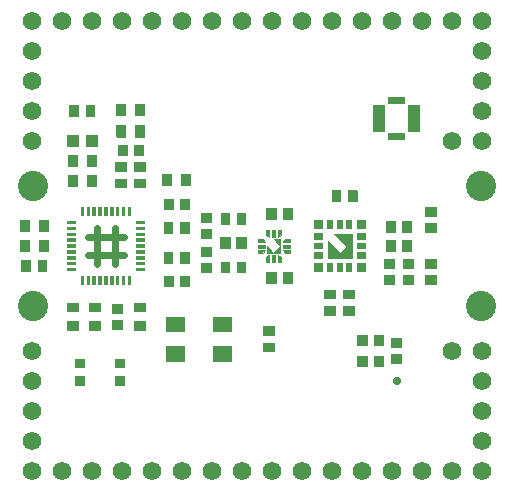
<source format=gbr>
%TF.GenerationSoftware,KiCad,Pcbnew,5.1.10-88a1d61d58~88~ubuntu20.04.1*%
%TF.CreationDate,2021-05-31T18:28:43-04:00*%
%TF.ProjectId,ta-comm-401,74612d63-6f6d-46d2-9d34-30312e6b6963,rev?*%
%TF.SameCoordinates,Original*%
%TF.FileFunction,Soldermask,Top*%
%TF.FilePolarity,Negative*%
%FSLAX46Y46*%
G04 Gerber Fmt 4.6, Leading zero omitted, Abs format (unit mm)*
G04 Created by KiCad (PCBNEW 5.1.10-88a1d61d58~88~ubuntu20.04.1) date 2021-05-31 18:28:43*
%MOMM*%
%LPD*%
G01*
G04 APERTURE LIST*
%ADD10C,0.600000*%
%ADD11C,0.025000*%
%ADD12C,0.025400*%
%ADD13C,1.565400*%
%ADD14C,2.565400*%
%ADD15C,0.701000*%
G04 APERTURE END LIST*
D10*
%TO.C,IC1*%
X140700000Y-107250000D02*
X143700000Y-107250000D01*
X143700000Y-108750000D02*
X140700000Y-108750000D01*
X141450000Y-106500000D02*
X141450000Y-109500000D01*
X142950000Y-106500000D02*
X142950000Y-109500000D01*
D11*
%TO.C,IC2*%
G36*
X155633000Y-107625000D02*
G01*
X155050000Y-107625000D01*
X155050000Y-107375000D01*
X155483000Y-107375000D01*
X155633000Y-107625000D01*
G37*
X155633000Y-107625000D02*
X155050000Y-107625000D01*
X155050000Y-107375000D01*
X155483000Y-107375000D01*
X155633000Y-107625000D01*
G36*
X155633000Y-108375000D02*
G01*
X155050000Y-108375000D01*
X155050000Y-108625000D01*
X155483000Y-108625000D01*
X155633000Y-108375000D01*
G37*
X155633000Y-108375000D02*
X155050000Y-108375000D01*
X155050000Y-108625000D01*
X155483000Y-108625000D01*
X155633000Y-108375000D01*
G36*
X156025000Y-108775000D02*
G01*
X156025000Y-109358000D01*
X155775000Y-109358000D01*
X155775000Y-108925000D01*
X156025000Y-108775000D01*
G37*
X156025000Y-108775000D02*
X156025000Y-109358000D01*
X155775000Y-109358000D01*
X155775000Y-108925000D01*
X156025000Y-108775000D01*
G36*
X156775000Y-108775000D02*
G01*
X156775000Y-109358000D01*
X157025000Y-109358000D01*
X157025000Y-108925000D01*
X156775000Y-108775000D01*
G37*
X156775000Y-108775000D02*
X156775000Y-109358000D01*
X157025000Y-109358000D01*
X157025000Y-108925000D01*
X156775000Y-108775000D01*
G36*
X157167000Y-108375000D02*
G01*
X157750000Y-108375000D01*
X157750000Y-108625000D01*
X157317000Y-108625000D01*
X157167000Y-108375000D01*
G37*
X157167000Y-108375000D02*
X157750000Y-108375000D01*
X157750000Y-108625000D01*
X157317000Y-108625000D01*
X157167000Y-108375000D01*
G36*
X157167000Y-107625000D02*
G01*
X157750000Y-107625000D01*
X157750000Y-107375000D01*
X157317000Y-107375000D01*
X157167000Y-107625000D01*
G37*
X157167000Y-107625000D02*
X157750000Y-107625000D01*
X157750000Y-107375000D01*
X157317000Y-107375000D01*
X157167000Y-107625000D01*
G36*
X156775000Y-107233000D02*
G01*
X156775000Y-106650000D01*
X157025000Y-106650000D01*
X157025000Y-107083000D01*
X156775000Y-107233000D01*
G37*
X156775000Y-107233000D02*
X156775000Y-106650000D01*
X157025000Y-106650000D01*
X157025000Y-107083000D01*
X156775000Y-107233000D01*
G36*
X156025000Y-107233000D02*
G01*
X156025000Y-106650000D01*
X155775000Y-106650000D01*
X155775000Y-107083000D01*
X156025000Y-107233000D01*
G37*
X156025000Y-107233000D02*
X156025000Y-106650000D01*
X155775000Y-106650000D01*
X155775000Y-107083000D01*
X156025000Y-107233000D01*
G36*
X156425000Y-107425000D02*
G01*
X156975000Y-107425000D01*
X156975000Y-107975000D01*
X156425000Y-107425000D01*
G37*
X156425000Y-107425000D02*
X156975000Y-107425000D01*
X156975000Y-107975000D01*
X156425000Y-107425000D01*
G36*
X156375000Y-108575000D02*
G01*
X155825000Y-108575000D01*
X155825000Y-108025000D01*
X156375000Y-108575000D01*
G37*
X156375000Y-108575000D02*
X155825000Y-108575000D01*
X155825000Y-108025000D01*
X156375000Y-108575000D01*
G36*
X156975000Y-108025000D02*
G01*
X156975000Y-108575000D01*
X156425000Y-108575000D01*
X156975000Y-108025000D01*
G37*
X156975000Y-108025000D02*
X156975000Y-108575000D01*
X156425000Y-108575000D01*
X156975000Y-108025000D01*
G36*
X156525000Y-107230000D02*
G01*
X156525000Y-106650000D01*
X156275000Y-106650000D01*
X156275000Y-107230000D01*
X156525000Y-107230000D01*
G37*
X156525000Y-107230000D02*
X156525000Y-106650000D01*
X156275000Y-106650000D01*
X156275000Y-107230000D01*
X156525000Y-107230000D01*
G36*
X156525000Y-109355000D02*
G01*
X156525000Y-108775000D01*
X156275000Y-108775000D01*
X156275000Y-109355000D01*
X156525000Y-109355000D01*
G37*
X156525000Y-109355000D02*
X156525000Y-108775000D01*
X156275000Y-108775000D01*
X156275000Y-109355000D01*
X156525000Y-109355000D01*
G36*
X157750000Y-107875000D02*
G01*
X157170000Y-107875000D01*
X157170000Y-108125000D01*
X157750000Y-108125000D01*
X157750000Y-107875000D01*
G37*
X157750000Y-107875000D02*
X157170000Y-107875000D01*
X157170000Y-108125000D01*
X157750000Y-108125000D01*
X157750000Y-107875000D01*
G36*
X155630000Y-107875000D02*
G01*
X155050000Y-107875000D01*
X155050000Y-108125000D01*
X155630000Y-108125000D01*
X155630000Y-107875000D01*
G37*
X155630000Y-107875000D02*
X155050000Y-107875000D01*
X155050000Y-108125000D01*
X155630000Y-108125000D01*
X155630000Y-107875000D01*
D12*
%TO.C,IC3*%
G36*
X162457200Y-109003300D02*
G01*
X160996700Y-109003300D01*
X160996700Y-107606300D01*
X162457200Y-109003300D01*
G37*
X162457200Y-109003300D02*
X160996700Y-109003300D01*
X160996700Y-107606300D01*
X162457200Y-109003300D01*
G36*
X163003300Y-107542800D02*
G01*
X163003300Y-109003300D01*
X161606300Y-109003300D01*
X163003300Y-107542800D01*
G37*
X163003300Y-107542800D02*
X163003300Y-109003300D01*
X161606300Y-109003300D01*
X163003300Y-107542800D01*
G36*
X161542800Y-106996700D02*
G01*
X163003300Y-106996700D01*
X163003300Y-108393700D01*
X161542800Y-106996700D01*
G37*
X161542800Y-106996700D02*
X163003300Y-106996700D01*
X163003300Y-108393700D01*
X161542800Y-106996700D01*
%TD*%
D13*
%TO.C,J6*%
X174050000Y-124510000D03*
X174050000Y-121970000D03*
X174050000Y-119430000D03*
X174050000Y-116890000D03*
X171510000Y-116890000D03*
%TD*%
D14*
%TO.C,J7*%
X173960000Y-113080000D03*
X136040000Y-113080000D03*
X173960000Y-102920000D03*
X136040000Y-102920000D03*
%TD*%
%TO.C,C17*%
G36*
G01*
X162102700Y-103305000D02*
X162102700Y-104295000D01*
G75*
G02*
X162090000Y-104307700I-12700J0D01*
G01*
X161310000Y-104307700D01*
G75*
G02*
X161297300Y-104295000I0J12700D01*
G01*
X161297300Y-103305000D01*
G75*
G02*
X161310000Y-103292300I12700J0D01*
G01*
X162090000Y-103292300D01*
G75*
G02*
X162102700Y-103305000I0J-12700D01*
G01*
G37*
G36*
G01*
X163502700Y-103305000D02*
X163502700Y-104295000D01*
G75*
G02*
X163490000Y-104307700I-12700J0D01*
G01*
X162710000Y-104307700D01*
G75*
G02*
X162697300Y-104295000I0J12700D01*
G01*
X162697300Y-103305000D01*
G75*
G02*
X162710000Y-103292300I12700J0D01*
G01*
X163490000Y-103292300D01*
G75*
G02*
X163502700Y-103305000I0J-12700D01*
G01*
G37*
%TD*%
%TO.C,C21*%
G36*
G01*
X165730000Y-109117300D02*
X166670000Y-109117300D01*
G75*
G02*
X166682700Y-109130000I0J-12700D01*
G01*
X166682700Y-109930000D01*
G75*
G02*
X166670000Y-109942700I-12700J0D01*
G01*
X165730000Y-109942700D01*
G75*
G02*
X165717300Y-109930000I0J12700D01*
G01*
X165717300Y-109130000D01*
G75*
G02*
X165730000Y-109117300I12700J0D01*
G01*
G37*
G36*
G01*
X165730000Y-110457300D02*
X166670000Y-110457300D01*
G75*
G02*
X166682700Y-110470000I0J-12700D01*
G01*
X166682700Y-111270000D01*
G75*
G02*
X166670000Y-111282700I-12700J0D01*
G01*
X165730000Y-111282700D01*
G75*
G02*
X165717300Y-111270000I0J12700D01*
G01*
X165717300Y-110470000D01*
G75*
G02*
X165730000Y-110457300I12700J0D01*
G01*
G37*
%TD*%
%TO.C,C13*%
G36*
G01*
X151892300Y-108230000D02*
X151892300Y-107270000D01*
G75*
G02*
X151905000Y-107257300I12700J0D01*
G01*
X152735000Y-107257300D01*
G75*
G02*
X152747700Y-107270000I0J-12700D01*
G01*
X152747700Y-108230000D01*
G75*
G02*
X152735000Y-108242700I-12700J0D01*
G01*
X151905000Y-108242700D01*
G75*
G02*
X151892300Y-108230000I0J12700D01*
G01*
G37*
G36*
G01*
X153252300Y-108230000D02*
X153252300Y-107270000D01*
G75*
G02*
X153265000Y-107257300I12700J0D01*
G01*
X154095000Y-107257300D01*
G75*
G02*
X154107700Y-107270000I0J-12700D01*
G01*
X154107700Y-108230000D01*
G75*
G02*
X154095000Y-108242700I-12700J0D01*
G01*
X153265000Y-108242700D01*
G75*
G02*
X153252300Y-108230000I0J12700D01*
G01*
G37*
%TD*%
%TO.C,C2*%
G36*
G01*
X141302700Y-96075000D02*
X141302700Y-97065000D01*
G75*
G02*
X141290000Y-97077700I-12700J0D01*
G01*
X140510000Y-97077700D01*
G75*
G02*
X140497300Y-97065000I0J12700D01*
G01*
X140497300Y-96075000D01*
G75*
G02*
X140510000Y-96062300I12700J0D01*
G01*
X141290000Y-96062300D01*
G75*
G02*
X141302700Y-96075000I0J-12700D01*
G01*
G37*
G36*
G01*
X139902700Y-96075000D02*
X139902700Y-97065000D01*
G75*
G02*
X139890000Y-97077700I-12700J0D01*
G01*
X139110000Y-97077700D01*
G75*
G02*
X139097300Y-97065000I0J12700D01*
G01*
X139097300Y-96075000D01*
G75*
G02*
X139110000Y-96062300I12700J0D01*
G01*
X139890000Y-96062300D01*
G75*
G02*
X139902700Y-96075000I0J-12700D01*
G01*
G37*
%TD*%
%TO.C,C14*%
G36*
G01*
X156495000Y-117002700D02*
X155505000Y-117002700D01*
G75*
G02*
X155492300Y-116990000I0J12700D01*
G01*
X155492300Y-116210000D01*
G75*
G02*
X155505000Y-116197300I12700J0D01*
G01*
X156495000Y-116197300D01*
G75*
G02*
X156507700Y-116210000I0J-12700D01*
G01*
X156507700Y-116990000D01*
G75*
G02*
X156495000Y-117002700I-12700J0D01*
G01*
G37*
G36*
G01*
X156495000Y-115602700D02*
X155505000Y-115602700D01*
G75*
G02*
X155492300Y-115590000I0J12700D01*
G01*
X155492300Y-114810000D01*
G75*
G02*
X155505000Y-114797300I12700J0D01*
G01*
X156495000Y-114797300D01*
G75*
G02*
X156507700Y-114810000I0J-12700D01*
G01*
X156507700Y-115590000D01*
G75*
G02*
X156495000Y-115602700I-12700J0D01*
G01*
G37*
%TD*%
%TO.C,C10*%
G36*
G01*
X149307700Y-110520000D02*
X149307700Y-111480000D01*
G75*
G02*
X149295000Y-111492700I-12700J0D01*
G01*
X148465000Y-111492700D01*
G75*
G02*
X148452300Y-111480000I0J12700D01*
G01*
X148452300Y-110520000D01*
G75*
G02*
X148465000Y-110507300I12700J0D01*
G01*
X149295000Y-110507300D01*
G75*
G02*
X149307700Y-110520000I0J-12700D01*
G01*
G37*
G36*
G01*
X147947700Y-110520000D02*
X147947700Y-111480000D01*
G75*
G02*
X147935000Y-111492700I-12700J0D01*
G01*
X147105000Y-111492700D01*
G75*
G02*
X147092300Y-111480000I0J12700D01*
G01*
X147092300Y-110520000D01*
G75*
G02*
X147105000Y-110507300I12700J0D01*
G01*
X147935000Y-110507300D01*
G75*
G02*
X147947700Y-110520000I0J-12700D01*
G01*
G37*
%TD*%
%TO.C,C12*%
G36*
G01*
X151917300Y-110270000D02*
X151917300Y-109330000D01*
G75*
G02*
X151930000Y-109317300I12700J0D01*
G01*
X152730000Y-109317300D01*
G75*
G02*
X152742700Y-109330000I0J-12700D01*
G01*
X152742700Y-110270000D01*
G75*
G02*
X152730000Y-110282700I-12700J0D01*
G01*
X151930000Y-110282700D01*
G75*
G02*
X151917300Y-110270000I0J12700D01*
G01*
G37*
G36*
G01*
X153257300Y-110270000D02*
X153257300Y-109330000D01*
G75*
G02*
X153270000Y-109317300I12700J0D01*
G01*
X154070000Y-109317300D01*
G75*
G02*
X154082700Y-109330000I0J-12700D01*
G01*
X154082700Y-110270000D01*
G75*
G02*
X154070000Y-110282700I-12700J0D01*
G01*
X153270000Y-110282700D01*
G75*
G02*
X153257300Y-110270000I0J12700D01*
G01*
G37*
%TD*%
%TO.C,C11*%
G36*
G01*
X151170000Y-107382700D02*
X150230000Y-107382700D01*
G75*
G02*
X150217300Y-107370000I0J12700D01*
G01*
X150217300Y-106570000D01*
G75*
G02*
X150230000Y-106557300I12700J0D01*
G01*
X151170000Y-106557300D01*
G75*
G02*
X151182700Y-106570000I0J-12700D01*
G01*
X151182700Y-107370000D01*
G75*
G02*
X151170000Y-107382700I-12700J0D01*
G01*
G37*
G36*
G01*
X151170000Y-106042700D02*
X150230000Y-106042700D01*
G75*
G02*
X150217300Y-106030000I0J12700D01*
G01*
X150217300Y-105230000D01*
G75*
G02*
X150230000Y-105217300I12700J0D01*
G01*
X151170000Y-105217300D01*
G75*
G02*
X151182700Y-105230000I0J-12700D01*
G01*
X151182700Y-106030000D01*
G75*
G02*
X151170000Y-106042700I-12700J0D01*
G01*
G37*
%TD*%
%TO.C,C8*%
G36*
G01*
X147097300Y-106995000D02*
X147097300Y-106005000D01*
G75*
G02*
X147110000Y-105992300I12700J0D01*
G01*
X147890000Y-105992300D01*
G75*
G02*
X147902700Y-106005000I0J-12700D01*
G01*
X147902700Y-106995000D01*
G75*
G02*
X147890000Y-107007700I-12700J0D01*
G01*
X147110000Y-107007700D01*
G75*
G02*
X147097300Y-106995000I0J12700D01*
G01*
G37*
G36*
G01*
X148497300Y-106995000D02*
X148497300Y-106005000D01*
G75*
G02*
X148510000Y-105992300I12700J0D01*
G01*
X149290000Y-105992300D01*
G75*
G02*
X149302700Y-106005000I0J-12700D01*
G01*
X149302700Y-106995000D01*
G75*
G02*
X149290000Y-107007700I-12700J0D01*
G01*
X148510000Y-107007700D01*
G75*
G02*
X148497300Y-106995000I0J12700D01*
G01*
G37*
%TD*%
%TO.C,C6*%
G36*
G01*
X142730000Y-112917300D02*
X143670000Y-112917300D01*
G75*
G02*
X143682700Y-112930000I0J-12700D01*
G01*
X143682700Y-113730000D01*
G75*
G02*
X143670000Y-113742700I-12700J0D01*
G01*
X142730000Y-113742700D01*
G75*
G02*
X142717300Y-113730000I0J12700D01*
G01*
X142717300Y-112930000D01*
G75*
G02*
X142730000Y-112917300I12700J0D01*
G01*
G37*
G36*
G01*
X142730000Y-114257300D02*
X143670000Y-114257300D01*
G75*
G02*
X143682700Y-114270000I0J-12700D01*
G01*
X143682700Y-115070000D01*
G75*
G02*
X143670000Y-115082700I-12700J0D01*
G01*
X142730000Y-115082700D01*
G75*
G02*
X142717300Y-115070000I0J12700D01*
G01*
X142717300Y-114270000D01*
G75*
G02*
X142730000Y-114257300I12700J0D01*
G01*
G37*
%TD*%
%TO.C,C4*%
G36*
G01*
X143995000Y-103102700D02*
X143005000Y-103102700D01*
G75*
G02*
X142992300Y-103090000I0J12700D01*
G01*
X142992300Y-102310000D01*
G75*
G02*
X143005000Y-102297300I12700J0D01*
G01*
X143995000Y-102297300D01*
G75*
G02*
X144007700Y-102310000I0J-12700D01*
G01*
X144007700Y-103090000D01*
G75*
G02*
X143995000Y-103102700I-12700J0D01*
G01*
G37*
G36*
G01*
X143995000Y-101702700D02*
X143005000Y-101702700D01*
G75*
G02*
X142992300Y-101690000I0J12700D01*
G01*
X142992300Y-100910000D01*
G75*
G02*
X143005000Y-100897300I12700J0D01*
G01*
X143995000Y-100897300D01*
G75*
G02*
X144007700Y-100910000I0J-12700D01*
G01*
X144007700Y-101690000D01*
G75*
G02*
X143995000Y-101702700I-12700J0D01*
G01*
G37*
%TD*%
%TO.C,C3*%
G36*
G01*
X143217300Y-100370000D02*
X143217300Y-99430000D01*
G75*
G02*
X143230000Y-99417300I12700J0D01*
G01*
X144030000Y-99417300D01*
G75*
G02*
X144042700Y-99430000I0J-12700D01*
G01*
X144042700Y-100370000D01*
G75*
G02*
X144030000Y-100382700I-12700J0D01*
G01*
X143230000Y-100382700D01*
G75*
G02*
X143217300Y-100370000I0J12700D01*
G01*
G37*
G36*
G01*
X144557300Y-100370000D02*
X144557300Y-99430000D01*
G75*
G02*
X144570000Y-99417300I12700J0D01*
G01*
X145370000Y-99417300D01*
G75*
G02*
X145382700Y-99430000I0J-12700D01*
G01*
X145382700Y-100370000D01*
G75*
G02*
X145370000Y-100382700I-12700J0D01*
G01*
X144570000Y-100382700D01*
G75*
G02*
X144557300Y-100370000I0J12700D01*
G01*
G37*
%TD*%
D13*
%TO.C,J5*%
X174050000Y-91490000D03*
X174050000Y-94030000D03*
X174050000Y-96570000D03*
X174050000Y-99110000D03*
X171510000Y-99110000D03*
%TD*%
%TO.C,C1*%
G36*
G01*
X137242700Y-109205000D02*
X137242700Y-110195000D01*
G75*
G02*
X137230000Y-110207700I-12700J0D01*
G01*
X136450000Y-110207700D01*
G75*
G02*
X136437300Y-110195000I0J12700D01*
G01*
X136437300Y-109205000D01*
G75*
G02*
X136450000Y-109192300I12700J0D01*
G01*
X137230000Y-109192300D01*
G75*
G02*
X137242700Y-109205000I0J-12700D01*
G01*
G37*
G36*
G01*
X135842700Y-109205000D02*
X135842700Y-110195000D01*
G75*
G02*
X135830000Y-110207700I-12700J0D01*
G01*
X135050000Y-110207700D01*
G75*
G02*
X135037300Y-110195000I0J12700D01*
G01*
X135037300Y-109205000D01*
G75*
G02*
X135050000Y-109192300I12700J0D01*
G01*
X135830000Y-109192300D01*
G75*
G02*
X135842700Y-109205000I0J-12700D01*
G01*
G37*
%TD*%
%TO.C,C5*%
G36*
G01*
X145595000Y-103102700D02*
X144605000Y-103102700D01*
G75*
G02*
X144592300Y-103090000I0J12700D01*
G01*
X144592300Y-102310000D01*
G75*
G02*
X144605000Y-102297300I12700J0D01*
G01*
X145595000Y-102297300D01*
G75*
G02*
X145607700Y-102310000I0J-12700D01*
G01*
X145607700Y-103090000D01*
G75*
G02*
X145595000Y-103102700I-12700J0D01*
G01*
G37*
G36*
G01*
X145595000Y-101702700D02*
X144605000Y-101702700D01*
G75*
G02*
X144592300Y-101690000I0J12700D01*
G01*
X144592300Y-100910000D01*
G75*
G02*
X144605000Y-100897300I12700J0D01*
G01*
X145595000Y-100897300D01*
G75*
G02*
X145607700Y-100910000I0J-12700D01*
G01*
X145607700Y-101690000D01*
G75*
G02*
X145595000Y-101702700I-12700J0D01*
G01*
G37*
%TD*%
%TO.C,C7*%
G36*
G01*
X147117300Y-104970000D02*
X147117300Y-104030000D01*
G75*
G02*
X147130000Y-104017300I12700J0D01*
G01*
X147930000Y-104017300D01*
G75*
G02*
X147942700Y-104030000I0J-12700D01*
G01*
X147942700Y-104970000D01*
G75*
G02*
X147930000Y-104982700I-12700J0D01*
G01*
X147130000Y-104982700D01*
G75*
G02*
X147117300Y-104970000I0J12700D01*
G01*
G37*
G36*
G01*
X148457300Y-104970000D02*
X148457300Y-104030000D01*
G75*
G02*
X148470000Y-104017300I12700J0D01*
G01*
X149270000Y-104017300D01*
G75*
G02*
X149282700Y-104030000I0J-12700D01*
G01*
X149282700Y-104970000D01*
G75*
G02*
X149270000Y-104982700I-12700J0D01*
G01*
X148470000Y-104982700D01*
G75*
G02*
X148457300Y-104970000I0J12700D01*
G01*
G37*
%TD*%
%TO.C,C9*%
G36*
G01*
X147097300Y-109495000D02*
X147097300Y-108505000D01*
G75*
G02*
X147110000Y-108492300I12700J0D01*
G01*
X147890000Y-108492300D01*
G75*
G02*
X147902700Y-108505000I0J-12700D01*
G01*
X147902700Y-109495000D01*
G75*
G02*
X147890000Y-109507700I-12700J0D01*
G01*
X147110000Y-109507700D01*
G75*
G02*
X147097300Y-109495000I0J12700D01*
G01*
G37*
G36*
G01*
X148497300Y-109495000D02*
X148497300Y-108505000D01*
G75*
G02*
X148510000Y-108492300I12700J0D01*
G01*
X149290000Y-108492300D01*
G75*
G02*
X149302700Y-108505000I0J-12700D01*
G01*
X149302700Y-109495000D01*
G75*
G02*
X149290000Y-109507700I-12700J0D01*
G01*
X148510000Y-109507700D01*
G75*
G02*
X148497300Y-109495000I0J12700D01*
G01*
G37*
%TD*%
%TO.C,C15*%
G36*
G01*
X155792300Y-105780000D02*
X155792300Y-104820000D01*
G75*
G02*
X155805000Y-104807300I12700J0D01*
G01*
X156635000Y-104807300D01*
G75*
G02*
X156647700Y-104820000I0J-12700D01*
G01*
X156647700Y-105780000D01*
G75*
G02*
X156635000Y-105792700I-12700J0D01*
G01*
X155805000Y-105792700D01*
G75*
G02*
X155792300Y-105780000I0J12700D01*
G01*
G37*
G36*
G01*
X157152300Y-105780000D02*
X157152300Y-104820000D01*
G75*
G02*
X157165000Y-104807300I12700J0D01*
G01*
X157995000Y-104807300D01*
G75*
G02*
X158007700Y-104820000I0J-12700D01*
G01*
X158007700Y-105780000D01*
G75*
G02*
X157995000Y-105792700I-12700J0D01*
G01*
X157165000Y-105792700D01*
G75*
G02*
X157152300Y-105780000I0J12700D01*
G01*
G37*
%TD*%
%TO.C,C16*%
G36*
G01*
X155792300Y-111180000D02*
X155792300Y-110220000D01*
G75*
G02*
X155805000Y-110207300I12700J0D01*
G01*
X156635000Y-110207300D01*
G75*
G02*
X156647700Y-110220000I0J-12700D01*
G01*
X156647700Y-111180000D01*
G75*
G02*
X156635000Y-111192700I-12700J0D01*
G01*
X155805000Y-111192700D01*
G75*
G02*
X155792300Y-111180000I0J12700D01*
G01*
G37*
G36*
G01*
X157152300Y-111180000D02*
X157152300Y-110220000D01*
G75*
G02*
X157165000Y-110207300I12700J0D01*
G01*
X157995000Y-110207300D01*
G75*
G02*
X158007700Y-110220000I0J-12700D01*
G01*
X158007700Y-111180000D01*
G75*
G02*
X157995000Y-111192700I-12700J0D01*
G01*
X157165000Y-111192700D01*
G75*
G02*
X157152300Y-111180000I0J12700D01*
G01*
G37*
%TD*%
%TO.C,C19*%
G36*
G01*
X162305000Y-111697300D02*
X163295000Y-111697300D01*
G75*
G02*
X163307700Y-111710000I0J-12700D01*
G01*
X163307700Y-112490000D01*
G75*
G02*
X163295000Y-112502700I-12700J0D01*
G01*
X162305000Y-112502700D01*
G75*
G02*
X162292300Y-112490000I0J12700D01*
G01*
X162292300Y-111710000D01*
G75*
G02*
X162305000Y-111697300I12700J0D01*
G01*
G37*
G36*
G01*
X162305000Y-113097300D02*
X163295000Y-113097300D01*
G75*
G02*
X163307700Y-113110000I0J-12700D01*
G01*
X163307700Y-113890000D01*
G75*
G02*
X163295000Y-113902700I-12700J0D01*
G01*
X162305000Y-113902700D01*
G75*
G02*
X162292300Y-113890000I0J12700D01*
G01*
X162292300Y-113110000D01*
G75*
G02*
X162305000Y-113097300I12700J0D01*
G01*
G37*
%TD*%
%TO.C,C18*%
G36*
G01*
X160705000Y-111697300D02*
X161695000Y-111697300D01*
G75*
G02*
X161707700Y-111710000I0J-12700D01*
G01*
X161707700Y-112490000D01*
G75*
G02*
X161695000Y-112502700I-12700J0D01*
G01*
X160705000Y-112502700D01*
G75*
G02*
X160692300Y-112490000I0J12700D01*
G01*
X160692300Y-111710000D01*
G75*
G02*
X160705000Y-111697300I12700J0D01*
G01*
G37*
G36*
G01*
X160705000Y-113097300D02*
X161695000Y-113097300D01*
G75*
G02*
X161707700Y-113110000I0J-12700D01*
G01*
X161707700Y-113890000D01*
G75*
G02*
X161695000Y-113902700I-12700J0D01*
G01*
X160705000Y-113902700D01*
G75*
G02*
X160692300Y-113890000I0J12700D01*
G01*
X160692300Y-113110000D01*
G75*
G02*
X160705000Y-113097300I12700J0D01*
G01*
G37*
%TD*%
%TO.C,C20*%
G36*
G01*
X165917300Y-106870000D02*
X165917300Y-105930000D01*
G75*
G02*
X165930000Y-105917300I12700J0D01*
G01*
X166730000Y-105917300D01*
G75*
G02*
X166742700Y-105930000I0J-12700D01*
G01*
X166742700Y-106870000D01*
G75*
G02*
X166730000Y-106882700I-12700J0D01*
G01*
X165930000Y-106882700D01*
G75*
G02*
X165917300Y-106870000I0J12700D01*
G01*
G37*
G36*
G01*
X167257300Y-106870000D02*
X167257300Y-105930000D01*
G75*
G02*
X167270000Y-105917300I12700J0D01*
G01*
X168070000Y-105917300D01*
G75*
G02*
X168082700Y-105930000I0J-12700D01*
G01*
X168082700Y-106870000D01*
G75*
G02*
X168070000Y-106882700I-12700J0D01*
G01*
X167270000Y-106882700D01*
G75*
G02*
X167257300Y-106870000I0J12700D01*
G01*
G37*
%TD*%
%TO.C,C22*%
G36*
G01*
X167330000Y-109117300D02*
X168270000Y-109117300D01*
G75*
G02*
X168282700Y-109130000I0J-12700D01*
G01*
X168282700Y-109930000D01*
G75*
G02*
X168270000Y-109942700I-12700J0D01*
G01*
X167330000Y-109942700D01*
G75*
G02*
X167317300Y-109930000I0J12700D01*
G01*
X167317300Y-109130000D01*
G75*
G02*
X167330000Y-109117300I12700J0D01*
G01*
G37*
G36*
G01*
X167330000Y-110457300D02*
X168270000Y-110457300D01*
G75*
G02*
X168282700Y-110470000I0J-12700D01*
G01*
X168282700Y-111270000D01*
G75*
G02*
X168270000Y-111282700I-12700J0D01*
G01*
X167330000Y-111282700D01*
G75*
G02*
X167317300Y-111270000I0J12700D01*
G01*
X167317300Y-110470000D01*
G75*
G02*
X167330000Y-110457300I12700J0D01*
G01*
G37*
%TD*%
%TO.C,C23*%
G36*
G01*
X170180000Y-106907700D02*
X169220000Y-106907700D01*
G75*
G02*
X169207300Y-106895000I0J12700D01*
G01*
X169207300Y-106065000D01*
G75*
G02*
X169220000Y-106052300I12700J0D01*
G01*
X170180000Y-106052300D01*
G75*
G02*
X170192700Y-106065000I0J-12700D01*
G01*
X170192700Y-106895000D01*
G75*
G02*
X170180000Y-106907700I-12700J0D01*
G01*
G37*
G36*
G01*
X170180000Y-105547700D02*
X169220000Y-105547700D01*
G75*
G02*
X169207300Y-105535000I0J12700D01*
G01*
X169207300Y-104705000D01*
G75*
G02*
X169220000Y-104692300I12700J0D01*
G01*
X170180000Y-104692300D01*
G75*
G02*
X170192700Y-104705000I0J-12700D01*
G01*
X170192700Y-105535000D01*
G75*
G02*
X170180000Y-105547700I-12700J0D01*
G01*
G37*
%TD*%
%TO.C,C24*%
G36*
G01*
X169220000Y-109092300D02*
X170180000Y-109092300D01*
G75*
G02*
X170192700Y-109105000I0J-12700D01*
G01*
X170192700Y-109935000D01*
G75*
G02*
X170180000Y-109947700I-12700J0D01*
G01*
X169220000Y-109947700D01*
G75*
G02*
X169207300Y-109935000I0J12700D01*
G01*
X169207300Y-109105000D01*
G75*
G02*
X169220000Y-109092300I12700J0D01*
G01*
G37*
G36*
G01*
X169220000Y-110452300D02*
X170180000Y-110452300D01*
G75*
G02*
X170192700Y-110465000I0J-12700D01*
G01*
X170192700Y-111295000D01*
G75*
G02*
X170180000Y-111307700I-12700J0D01*
G01*
X169220000Y-111307700D01*
G75*
G02*
X169207300Y-111295000I0J12700D01*
G01*
X169207300Y-110465000D01*
G75*
G02*
X169220000Y-110452300I12700J0D01*
G01*
G37*
%TD*%
%TO.C,C25*%
G36*
G01*
X165707700Y-115520000D02*
X165707700Y-116480000D01*
G75*
G02*
X165695000Y-116492700I-12700J0D01*
G01*
X164865000Y-116492700D01*
G75*
G02*
X164852300Y-116480000I0J12700D01*
G01*
X164852300Y-115520000D01*
G75*
G02*
X164865000Y-115507300I12700J0D01*
G01*
X165695000Y-115507300D01*
G75*
G02*
X165707700Y-115520000I0J-12700D01*
G01*
G37*
G36*
G01*
X164347700Y-115520000D02*
X164347700Y-116480000D01*
G75*
G02*
X164335000Y-116492700I-12700J0D01*
G01*
X163505000Y-116492700D01*
G75*
G02*
X163492300Y-116480000I0J12700D01*
G01*
X163492300Y-115520000D01*
G75*
G02*
X163505000Y-115507300I12700J0D01*
G01*
X164335000Y-115507300D01*
G75*
G02*
X164347700Y-115520000I0J-12700D01*
G01*
G37*
%TD*%
%TO.C,C26*%
G36*
G01*
X165707700Y-117300000D02*
X165707700Y-118260000D01*
G75*
G02*
X165695000Y-118272700I-12700J0D01*
G01*
X164865000Y-118272700D01*
G75*
G02*
X164852300Y-118260000I0J12700D01*
G01*
X164852300Y-117300000D01*
G75*
G02*
X164865000Y-117287300I12700J0D01*
G01*
X165695000Y-117287300D01*
G75*
G02*
X165707700Y-117300000I0J-12700D01*
G01*
G37*
G36*
G01*
X164347700Y-117300000D02*
X164347700Y-118260000D01*
G75*
G02*
X164335000Y-118272700I-12700J0D01*
G01*
X163505000Y-118272700D01*
G75*
G02*
X163492300Y-118260000I0J12700D01*
G01*
X163492300Y-117300000D01*
G75*
G02*
X163505000Y-117287300I12700J0D01*
G01*
X164335000Y-117287300D01*
G75*
G02*
X164347700Y-117300000I0J-12700D01*
G01*
G37*
%TD*%
%TO.C,FB1*%
G36*
G01*
X138912300Y-99610000D02*
X138912300Y-98610000D01*
G75*
G02*
X138925000Y-98597300I12700J0D01*
G01*
X139875000Y-98597300D01*
G75*
G02*
X139887700Y-98610000I0J-12700D01*
G01*
X139887700Y-99610000D01*
G75*
G02*
X139875000Y-99622700I-12700J0D01*
G01*
X138925000Y-99622700D01*
G75*
G02*
X138912300Y-99610000I0J12700D01*
G01*
G37*
G36*
G01*
X140512300Y-99610000D02*
X140512300Y-98610000D01*
G75*
G02*
X140525000Y-98597300I12700J0D01*
G01*
X141475000Y-98597300D01*
G75*
G02*
X141487700Y-98610000I0J-12700D01*
G01*
X141487700Y-99610000D01*
G75*
G02*
X141475000Y-99622700I-12700J0D01*
G01*
X140525000Y-99622700D01*
G75*
G02*
X140512300Y-99610000I0J12700D01*
G01*
G37*
%TD*%
%TO.C,IC1*%
G36*
G01*
X139680000Y-106142700D02*
X138920000Y-106142700D01*
G75*
G02*
X138907300Y-106130000I0J12700D01*
G01*
X138907300Y-105870000D01*
G75*
G02*
X138920000Y-105857300I12700J0D01*
G01*
X139680000Y-105857300D01*
G75*
G02*
X139692700Y-105870000I0J-12700D01*
G01*
X139692700Y-106130000D01*
G75*
G02*
X139680000Y-106142700I-12700J0D01*
G01*
G37*
G36*
G01*
X139680000Y-106642700D02*
X138920000Y-106642700D01*
G75*
G02*
X138907300Y-106630000I0J12700D01*
G01*
X138907300Y-106370000D01*
G75*
G02*
X138920000Y-106357300I12700J0D01*
G01*
X139680000Y-106357300D01*
G75*
G02*
X139692700Y-106370000I0J-12700D01*
G01*
X139692700Y-106630000D01*
G75*
G02*
X139680000Y-106642700I-12700J0D01*
G01*
G37*
G36*
G01*
X139680000Y-107142700D02*
X138920000Y-107142700D01*
G75*
G02*
X138907300Y-107130000I0J12700D01*
G01*
X138907300Y-106870000D01*
G75*
G02*
X138920000Y-106857300I12700J0D01*
G01*
X139680000Y-106857300D01*
G75*
G02*
X139692700Y-106870000I0J-12700D01*
G01*
X139692700Y-107130000D01*
G75*
G02*
X139680000Y-107142700I-12700J0D01*
G01*
G37*
G36*
G01*
X139680000Y-107642700D02*
X138920000Y-107642700D01*
G75*
G02*
X138907300Y-107630000I0J12700D01*
G01*
X138907300Y-107370000D01*
G75*
G02*
X138920000Y-107357300I12700J0D01*
G01*
X139680000Y-107357300D01*
G75*
G02*
X139692700Y-107370000I0J-12700D01*
G01*
X139692700Y-107630000D01*
G75*
G02*
X139680000Y-107642700I-12700J0D01*
G01*
G37*
G36*
G01*
X139680000Y-108142700D02*
X138920000Y-108142700D01*
G75*
G02*
X138907300Y-108130000I0J12700D01*
G01*
X138907300Y-107870000D01*
G75*
G02*
X138920000Y-107857300I12700J0D01*
G01*
X139680000Y-107857300D01*
G75*
G02*
X139692700Y-107870000I0J-12700D01*
G01*
X139692700Y-108130000D01*
G75*
G02*
X139680000Y-108142700I-12700J0D01*
G01*
G37*
G36*
G01*
X139680000Y-108642700D02*
X138920000Y-108642700D01*
G75*
G02*
X138907300Y-108630000I0J12700D01*
G01*
X138907300Y-108370000D01*
G75*
G02*
X138920000Y-108357300I12700J0D01*
G01*
X139680000Y-108357300D01*
G75*
G02*
X139692700Y-108370000I0J-12700D01*
G01*
X139692700Y-108630000D01*
G75*
G02*
X139680000Y-108642700I-12700J0D01*
G01*
G37*
G36*
G01*
X139680000Y-109142700D02*
X138920000Y-109142700D01*
G75*
G02*
X138907300Y-109130000I0J12700D01*
G01*
X138907300Y-108870000D01*
G75*
G02*
X138920000Y-108857300I12700J0D01*
G01*
X139680000Y-108857300D01*
G75*
G02*
X139692700Y-108870000I0J-12700D01*
G01*
X139692700Y-109130000D01*
G75*
G02*
X139680000Y-109142700I-12700J0D01*
G01*
G37*
G36*
G01*
X139680000Y-109642700D02*
X138920000Y-109642700D01*
G75*
G02*
X138907300Y-109630000I0J12700D01*
G01*
X138907300Y-109370000D01*
G75*
G02*
X138920000Y-109357300I12700J0D01*
G01*
X139680000Y-109357300D01*
G75*
G02*
X139692700Y-109370000I0J-12700D01*
G01*
X139692700Y-109630000D01*
G75*
G02*
X139680000Y-109642700I-12700J0D01*
G01*
G37*
G36*
G01*
X139680000Y-110142700D02*
X138920000Y-110142700D01*
G75*
G02*
X138907300Y-110130000I0J12700D01*
G01*
X138907300Y-109870000D01*
G75*
G02*
X138920000Y-109857300I12700J0D01*
G01*
X139680000Y-109857300D01*
G75*
G02*
X139692700Y-109870000I0J-12700D01*
G01*
X139692700Y-110130000D01*
G75*
G02*
X139680000Y-110142700I-12700J0D01*
G01*
G37*
G36*
G01*
X140057300Y-111280000D02*
X140057300Y-110520000D01*
G75*
G02*
X140070000Y-110507300I12700J0D01*
G01*
X140330000Y-110507300D01*
G75*
G02*
X140342700Y-110520000I0J-12700D01*
G01*
X140342700Y-111280000D01*
G75*
G02*
X140330000Y-111292700I-12700J0D01*
G01*
X140070000Y-111292700D01*
G75*
G02*
X140057300Y-111280000I0J12700D01*
G01*
G37*
G36*
G01*
X140557300Y-111280000D02*
X140557300Y-110520000D01*
G75*
G02*
X140570000Y-110507300I12700J0D01*
G01*
X140830000Y-110507300D01*
G75*
G02*
X140842700Y-110520000I0J-12700D01*
G01*
X140842700Y-111280000D01*
G75*
G02*
X140830000Y-111292700I-12700J0D01*
G01*
X140570000Y-111292700D01*
G75*
G02*
X140557300Y-111280000I0J12700D01*
G01*
G37*
G36*
G01*
X141057300Y-111280000D02*
X141057300Y-110520000D01*
G75*
G02*
X141070000Y-110507300I12700J0D01*
G01*
X141330000Y-110507300D01*
G75*
G02*
X141342700Y-110520000I0J-12700D01*
G01*
X141342700Y-111280000D01*
G75*
G02*
X141330000Y-111292700I-12700J0D01*
G01*
X141070000Y-111292700D01*
G75*
G02*
X141057300Y-111280000I0J12700D01*
G01*
G37*
G36*
G01*
X141557300Y-111280000D02*
X141557300Y-110520000D01*
G75*
G02*
X141570000Y-110507300I12700J0D01*
G01*
X141830000Y-110507300D01*
G75*
G02*
X141842700Y-110520000I0J-12700D01*
G01*
X141842700Y-111280000D01*
G75*
G02*
X141830000Y-111292700I-12700J0D01*
G01*
X141570000Y-111292700D01*
G75*
G02*
X141557300Y-111280000I0J12700D01*
G01*
G37*
G36*
G01*
X142057300Y-111280000D02*
X142057300Y-110520000D01*
G75*
G02*
X142070000Y-110507300I12700J0D01*
G01*
X142330000Y-110507300D01*
G75*
G02*
X142342700Y-110520000I0J-12700D01*
G01*
X142342700Y-111280000D01*
G75*
G02*
X142330000Y-111292700I-12700J0D01*
G01*
X142070000Y-111292700D01*
G75*
G02*
X142057300Y-111280000I0J12700D01*
G01*
G37*
G36*
G01*
X142557300Y-111280000D02*
X142557300Y-110520000D01*
G75*
G02*
X142570000Y-110507300I12700J0D01*
G01*
X142830000Y-110507300D01*
G75*
G02*
X142842700Y-110520000I0J-12700D01*
G01*
X142842700Y-111280000D01*
G75*
G02*
X142830000Y-111292700I-12700J0D01*
G01*
X142570000Y-111292700D01*
G75*
G02*
X142557300Y-111280000I0J12700D01*
G01*
G37*
G36*
G01*
X143057300Y-111280000D02*
X143057300Y-110520000D01*
G75*
G02*
X143070000Y-110507300I12700J0D01*
G01*
X143330000Y-110507300D01*
G75*
G02*
X143342700Y-110520000I0J-12700D01*
G01*
X143342700Y-111280000D01*
G75*
G02*
X143330000Y-111292700I-12700J0D01*
G01*
X143070000Y-111292700D01*
G75*
G02*
X143057300Y-111280000I0J12700D01*
G01*
G37*
G36*
G01*
X143557300Y-111280000D02*
X143557300Y-110520000D01*
G75*
G02*
X143570000Y-110507300I12700J0D01*
G01*
X143830000Y-110507300D01*
G75*
G02*
X143842700Y-110520000I0J-12700D01*
G01*
X143842700Y-111280000D01*
G75*
G02*
X143830000Y-111292700I-12700J0D01*
G01*
X143570000Y-111292700D01*
G75*
G02*
X143557300Y-111280000I0J12700D01*
G01*
G37*
G36*
G01*
X144057300Y-111280000D02*
X144057300Y-110520000D01*
G75*
G02*
X144070000Y-110507300I12700J0D01*
G01*
X144330000Y-110507300D01*
G75*
G02*
X144342700Y-110520000I0J-12700D01*
G01*
X144342700Y-111280000D01*
G75*
G02*
X144330000Y-111292700I-12700J0D01*
G01*
X144070000Y-111292700D01*
G75*
G02*
X144057300Y-111280000I0J12700D01*
G01*
G37*
G36*
G01*
X145480000Y-110142700D02*
X144720000Y-110142700D01*
G75*
G02*
X144707300Y-110130000I0J12700D01*
G01*
X144707300Y-109870000D01*
G75*
G02*
X144720000Y-109857300I12700J0D01*
G01*
X145480000Y-109857300D01*
G75*
G02*
X145492700Y-109870000I0J-12700D01*
G01*
X145492700Y-110130000D01*
G75*
G02*
X145480000Y-110142700I-12700J0D01*
G01*
G37*
G36*
G01*
X145480000Y-109642700D02*
X144720000Y-109642700D01*
G75*
G02*
X144707300Y-109630000I0J12700D01*
G01*
X144707300Y-109370000D01*
G75*
G02*
X144720000Y-109357300I12700J0D01*
G01*
X145480000Y-109357300D01*
G75*
G02*
X145492700Y-109370000I0J-12700D01*
G01*
X145492700Y-109630000D01*
G75*
G02*
X145480000Y-109642700I-12700J0D01*
G01*
G37*
G36*
G01*
X145480000Y-109142700D02*
X144720000Y-109142700D01*
G75*
G02*
X144707300Y-109130000I0J12700D01*
G01*
X144707300Y-108870000D01*
G75*
G02*
X144720000Y-108857300I12700J0D01*
G01*
X145480000Y-108857300D01*
G75*
G02*
X145492700Y-108870000I0J-12700D01*
G01*
X145492700Y-109130000D01*
G75*
G02*
X145480000Y-109142700I-12700J0D01*
G01*
G37*
G36*
G01*
X145480000Y-108642700D02*
X144720000Y-108642700D01*
G75*
G02*
X144707300Y-108630000I0J12700D01*
G01*
X144707300Y-108370000D01*
G75*
G02*
X144720000Y-108357300I12700J0D01*
G01*
X145480000Y-108357300D01*
G75*
G02*
X145492700Y-108370000I0J-12700D01*
G01*
X145492700Y-108630000D01*
G75*
G02*
X145480000Y-108642700I-12700J0D01*
G01*
G37*
G36*
G01*
X145480000Y-108142700D02*
X144720000Y-108142700D01*
G75*
G02*
X144707300Y-108130000I0J12700D01*
G01*
X144707300Y-107870000D01*
G75*
G02*
X144720000Y-107857300I12700J0D01*
G01*
X145480000Y-107857300D01*
G75*
G02*
X145492700Y-107870000I0J-12700D01*
G01*
X145492700Y-108130000D01*
G75*
G02*
X145480000Y-108142700I-12700J0D01*
G01*
G37*
G36*
G01*
X145480000Y-107642700D02*
X144720000Y-107642700D01*
G75*
G02*
X144707300Y-107630000I0J12700D01*
G01*
X144707300Y-107370000D01*
G75*
G02*
X144720000Y-107357300I12700J0D01*
G01*
X145480000Y-107357300D01*
G75*
G02*
X145492700Y-107370000I0J-12700D01*
G01*
X145492700Y-107630000D01*
G75*
G02*
X145480000Y-107642700I-12700J0D01*
G01*
G37*
G36*
G01*
X145480000Y-107142700D02*
X144720000Y-107142700D01*
G75*
G02*
X144707300Y-107130000I0J12700D01*
G01*
X144707300Y-106870000D01*
G75*
G02*
X144720000Y-106857300I12700J0D01*
G01*
X145480000Y-106857300D01*
G75*
G02*
X145492700Y-106870000I0J-12700D01*
G01*
X145492700Y-107130000D01*
G75*
G02*
X145480000Y-107142700I-12700J0D01*
G01*
G37*
G36*
G01*
X145480000Y-106642700D02*
X144720000Y-106642700D01*
G75*
G02*
X144707300Y-106630000I0J12700D01*
G01*
X144707300Y-106370000D01*
G75*
G02*
X144720000Y-106357300I12700J0D01*
G01*
X145480000Y-106357300D01*
G75*
G02*
X145492700Y-106370000I0J-12700D01*
G01*
X145492700Y-106630000D01*
G75*
G02*
X145480000Y-106642700I-12700J0D01*
G01*
G37*
G36*
G01*
X145480000Y-106142700D02*
X144720000Y-106142700D01*
G75*
G02*
X144707300Y-106130000I0J12700D01*
G01*
X144707300Y-105870000D01*
G75*
G02*
X144720000Y-105857300I12700J0D01*
G01*
X145480000Y-105857300D01*
G75*
G02*
X145492700Y-105870000I0J-12700D01*
G01*
X145492700Y-106130000D01*
G75*
G02*
X145480000Y-106142700I-12700J0D01*
G01*
G37*
G36*
G01*
X144057300Y-105480000D02*
X144057300Y-104720000D01*
G75*
G02*
X144070000Y-104707300I12700J0D01*
G01*
X144330000Y-104707300D01*
G75*
G02*
X144342700Y-104720000I0J-12700D01*
G01*
X144342700Y-105480000D01*
G75*
G02*
X144330000Y-105492700I-12700J0D01*
G01*
X144070000Y-105492700D01*
G75*
G02*
X144057300Y-105480000I0J12700D01*
G01*
G37*
G36*
G01*
X143557300Y-105480000D02*
X143557300Y-104720000D01*
G75*
G02*
X143570000Y-104707300I12700J0D01*
G01*
X143830000Y-104707300D01*
G75*
G02*
X143842700Y-104720000I0J-12700D01*
G01*
X143842700Y-105480000D01*
G75*
G02*
X143830000Y-105492700I-12700J0D01*
G01*
X143570000Y-105492700D01*
G75*
G02*
X143557300Y-105480000I0J12700D01*
G01*
G37*
G36*
G01*
X143057300Y-105480000D02*
X143057300Y-104720000D01*
G75*
G02*
X143070000Y-104707300I12700J0D01*
G01*
X143330000Y-104707300D01*
G75*
G02*
X143342700Y-104720000I0J-12700D01*
G01*
X143342700Y-105480000D01*
G75*
G02*
X143330000Y-105492700I-12700J0D01*
G01*
X143070000Y-105492700D01*
G75*
G02*
X143057300Y-105480000I0J12700D01*
G01*
G37*
G36*
G01*
X142557300Y-105480000D02*
X142557300Y-104720000D01*
G75*
G02*
X142570000Y-104707300I12700J0D01*
G01*
X142830000Y-104707300D01*
G75*
G02*
X142842700Y-104720000I0J-12700D01*
G01*
X142842700Y-105480000D01*
G75*
G02*
X142830000Y-105492700I-12700J0D01*
G01*
X142570000Y-105492700D01*
G75*
G02*
X142557300Y-105480000I0J12700D01*
G01*
G37*
G36*
G01*
X142057300Y-105480000D02*
X142057300Y-104720000D01*
G75*
G02*
X142070000Y-104707300I12700J0D01*
G01*
X142330000Y-104707300D01*
G75*
G02*
X142342700Y-104720000I0J-12700D01*
G01*
X142342700Y-105480000D01*
G75*
G02*
X142330000Y-105492700I-12700J0D01*
G01*
X142070000Y-105492700D01*
G75*
G02*
X142057300Y-105480000I0J12700D01*
G01*
G37*
G36*
G01*
X141557300Y-105480000D02*
X141557300Y-104720000D01*
G75*
G02*
X141570000Y-104707300I12700J0D01*
G01*
X141830000Y-104707300D01*
G75*
G02*
X141842700Y-104720000I0J-12700D01*
G01*
X141842700Y-105480000D01*
G75*
G02*
X141830000Y-105492700I-12700J0D01*
G01*
X141570000Y-105492700D01*
G75*
G02*
X141557300Y-105480000I0J12700D01*
G01*
G37*
G36*
G01*
X141057300Y-105480000D02*
X141057300Y-104720000D01*
G75*
G02*
X141070000Y-104707300I12700J0D01*
G01*
X141330000Y-104707300D01*
G75*
G02*
X141342700Y-104720000I0J-12700D01*
G01*
X141342700Y-105480000D01*
G75*
G02*
X141330000Y-105492700I-12700J0D01*
G01*
X141070000Y-105492700D01*
G75*
G02*
X141057300Y-105480000I0J12700D01*
G01*
G37*
G36*
G01*
X140557300Y-105480000D02*
X140557300Y-104720000D01*
G75*
G02*
X140570000Y-104707300I12700J0D01*
G01*
X140830000Y-104707300D01*
G75*
G02*
X140842700Y-104720000I0J-12700D01*
G01*
X140842700Y-105480000D01*
G75*
G02*
X140830000Y-105492700I-12700J0D01*
G01*
X140570000Y-105492700D01*
G75*
G02*
X140557300Y-105480000I0J12700D01*
G01*
G37*
G36*
G01*
X140057300Y-105480000D02*
X140057300Y-104720000D01*
G75*
G02*
X140070000Y-104707300I12700J0D01*
G01*
X140330000Y-104707300D01*
G75*
G02*
X140342700Y-104720000I0J-12700D01*
G01*
X140342700Y-105480000D01*
G75*
G02*
X140330000Y-105492700I-12700J0D01*
G01*
X140070000Y-105492700D01*
G75*
G02*
X140057300Y-105480000I0J12700D01*
G01*
G37*
%TD*%
%TO.C,IC3*%
G36*
G01*
X160550000Y-106562700D02*
X159800000Y-106562700D01*
G75*
G02*
X159787300Y-106550000I0J12700D01*
G01*
X159787300Y-105800000D01*
G75*
G02*
X159800000Y-105787300I12700J0D01*
G01*
X160550000Y-105787300D01*
G75*
G02*
X160562700Y-105800000I0J-12700D01*
G01*
X160562700Y-106550000D01*
G75*
G02*
X160550000Y-106562700I-12700J0D01*
G01*
G37*
G36*
G01*
X160550000Y-107462700D02*
X159800000Y-107462700D01*
G75*
G02*
X159787300Y-107450000I0J12700D01*
G01*
X159787300Y-106950000D01*
G75*
G02*
X159800000Y-106937300I12700J0D01*
G01*
X160550000Y-106937300D01*
G75*
G02*
X160562700Y-106950000I0J-12700D01*
G01*
X160562700Y-107450000D01*
G75*
G02*
X160550000Y-107462700I-12700J0D01*
G01*
G37*
G36*
G01*
X160550000Y-108262700D02*
X159800000Y-108262700D01*
G75*
G02*
X159787300Y-108250000I0J12700D01*
G01*
X159787300Y-107750000D01*
G75*
G02*
X159800000Y-107737300I12700J0D01*
G01*
X160550000Y-107737300D01*
G75*
G02*
X160562700Y-107750000I0J-12700D01*
G01*
X160562700Y-108250000D01*
G75*
G02*
X160550000Y-108262700I-12700J0D01*
G01*
G37*
G36*
G01*
X160550000Y-109062700D02*
X159800000Y-109062700D01*
G75*
G02*
X159787300Y-109050000I0J12700D01*
G01*
X159787300Y-108550000D01*
G75*
G02*
X159800000Y-108537300I12700J0D01*
G01*
X160550000Y-108537300D01*
G75*
G02*
X160562700Y-108550000I0J-12700D01*
G01*
X160562700Y-109050000D01*
G75*
G02*
X160550000Y-109062700I-12700J0D01*
G01*
G37*
G36*
G01*
X160550000Y-110212700D02*
X159800000Y-110212700D01*
G75*
G02*
X159787300Y-110200000I0J12700D01*
G01*
X159787300Y-109450000D01*
G75*
G02*
X159800000Y-109437300I12700J0D01*
G01*
X160550000Y-109437300D01*
G75*
G02*
X160562700Y-109450000I0J-12700D01*
G01*
X160562700Y-110200000D01*
G75*
G02*
X160550000Y-110212700I-12700J0D01*
G01*
G37*
G36*
G01*
X160937300Y-110200000D02*
X160937300Y-109450000D01*
G75*
G02*
X160950000Y-109437300I12700J0D01*
G01*
X161450000Y-109437300D01*
G75*
G02*
X161462700Y-109450000I0J-12700D01*
G01*
X161462700Y-110200000D01*
G75*
G02*
X161450000Y-110212700I-12700J0D01*
G01*
X160950000Y-110212700D01*
G75*
G02*
X160937300Y-110200000I0J12700D01*
G01*
G37*
G36*
G01*
X161737300Y-110200000D02*
X161737300Y-109450000D01*
G75*
G02*
X161750000Y-109437300I12700J0D01*
G01*
X162250000Y-109437300D01*
G75*
G02*
X162262700Y-109450000I0J-12700D01*
G01*
X162262700Y-110200000D01*
G75*
G02*
X162250000Y-110212700I-12700J0D01*
G01*
X161750000Y-110212700D01*
G75*
G02*
X161737300Y-110200000I0J12700D01*
G01*
G37*
G36*
G01*
X162537300Y-110200000D02*
X162537300Y-109450000D01*
G75*
G02*
X162550000Y-109437300I12700J0D01*
G01*
X163050000Y-109437300D01*
G75*
G02*
X163062700Y-109450000I0J-12700D01*
G01*
X163062700Y-110200000D01*
G75*
G02*
X163050000Y-110212700I-12700J0D01*
G01*
X162550000Y-110212700D01*
G75*
G02*
X162537300Y-110200000I0J12700D01*
G01*
G37*
G36*
G01*
X164200000Y-110212700D02*
X163450000Y-110212700D01*
G75*
G02*
X163437300Y-110200000I0J12700D01*
G01*
X163437300Y-109450000D01*
G75*
G02*
X163450000Y-109437300I12700J0D01*
G01*
X164200000Y-109437300D01*
G75*
G02*
X164212700Y-109450000I0J-12700D01*
G01*
X164212700Y-110200000D01*
G75*
G02*
X164200000Y-110212700I-12700J0D01*
G01*
G37*
G36*
G01*
X164200000Y-109062700D02*
X163450000Y-109062700D01*
G75*
G02*
X163437300Y-109050000I0J12700D01*
G01*
X163437300Y-108550000D01*
G75*
G02*
X163450000Y-108537300I12700J0D01*
G01*
X164200000Y-108537300D01*
G75*
G02*
X164212700Y-108550000I0J-12700D01*
G01*
X164212700Y-109050000D01*
G75*
G02*
X164200000Y-109062700I-12700J0D01*
G01*
G37*
G36*
G01*
X164200000Y-108262700D02*
X163450000Y-108262700D01*
G75*
G02*
X163437300Y-108250000I0J12700D01*
G01*
X163437300Y-107750000D01*
G75*
G02*
X163450000Y-107737300I12700J0D01*
G01*
X164200000Y-107737300D01*
G75*
G02*
X164212700Y-107750000I0J-12700D01*
G01*
X164212700Y-108250000D01*
G75*
G02*
X164200000Y-108262700I-12700J0D01*
G01*
G37*
G36*
G01*
X164200000Y-107462700D02*
X163450000Y-107462700D01*
G75*
G02*
X163437300Y-107450000I0J12700D01*
G01*
X163437300Y-106950000D01*
G75*
G02*
X163450000Y-106937300I12700J0D01*
G01*
X164200000Y-106937300D01*
G75*
G02*
X164212700Y-106950000I0J-12700D01*
G01*
X164212700Y-107450000D01*
G75*
G02*
X164200000Y-107462700I-12700J0D01*
G01*
G37*
G36*
G01*
X164200000Y-106562700D02*
X163450000Y-106562700D01*
G75*
G02*
X163437300Y-106550000I0J12700D01*
G01*
X163437300Y-105800000D01*
G75*
G02*
X163450000Y-105787300I12700J0D01*
G01*
X164200000Y-105787300D01*
G75*
G02*
X164212700Y-105800000I0J-12700D01*
G01*
X164212700Y-106550000D01*
G75*
G02*
X164200000Y-106562700I-12700J0D01*
G01*
G37*
G36*
G01*
X162537300Y-106550000D02*
X162537300Y-105800000D01*
G75*
G02*
X162550000Y-105787300I12700J0D01*
G01*
X163050000Y-105787300D01*
G75*
G02*
X163062700Y-105800000I0J-12700D01*
G01*
X163062700Y-106550000D01*
G75*
G02*
X163050000Y-106562700I-12700J0D01*
G01*
X162550000Y-106562700D01*
G75*
G02*
X162537300Y-106550000I0J12700D01*
G01*
G37*
G36*
G01*
X161737300Y-106550000D02*
X161737300Y-105800000D01*
G75*
G02*
X161750000Y-105787300I12700J0D01*
G01*
X162250000Y-105787300D01*
G75*
G02*
X162262700Y-105800000I0J-12700D01*
G01*
X162262700Y-106550000D01*
G75*
G02*
X162250000Y-106562700I-12700J0D01*
G01*
X161750000Y-106562700D01*
G75*
G02*
X161737300Y-106550000I0J12700D01*
G01*
G37*
G36*
G01*
X160937300Y-106550000D02*
X160937300Y-105800000D01*
G75*
G02*
X160950000Y-105787300I12700J0D01*
G01*
X161450000Y-105787300D01*
G75*
G02*
X161462700Y-105800000I0J-12700D01*
G01*
X161462700Y-106550000D01*
G75*
G02*
X161450000Y-106562700I-12700J0D01*
G01*
X160950000Y-106562700D01*
G75*
G02*
X160937300Y-106550000I0J12700D01*
G01*
G37*
%TD*%
%TO.C,J1*%
X174050000Y-88950000D03*
X171510000Y-88950000D03*
X168970000Y-88950000D03*
X166430000Y-88950000D03*
X163890000Y-88950000D03*
X161350000Y-88950000D03*
X158810000Y-88950000D03*
X156270000Y-88950000D03*
X153730000Y-88950000D03*
X151190000Y-88950000D03*
X148650000Y-88950000D03*
X146110000Y-88950000D03*
X143570000Y-88950000D03*
X141030000Y-88950000D03*
X138490000Y-88950000D03*
X135950000Y-88950000D03*
%TD*%
%TO.C,J2*%
X174050000Y-127050000D03*
X171510000Y-127050000D03*
X168970000Y-127050000D03*
X166430000Y-127050000D03*
X163890000Y-127050000D03*
X161350000Y-127050000D03*
X158810000Y-127050000D03*
X156270000Y-127050000D03*
X153730000Y-127050000D03*
X151190000Y-127050000D03*
X148650000Y-127050000D03*
X146110000Y-127050000D03*
X143570000Y-127050000D03*
X141030000Y-127050000D03*
X138490000Y-127050000D03*
X135950000Y-127050000D03*
%TD*%
%TO.C,J3*%
X135950000Y-99110000D03*
X135950000Y-96570000D03*
X135950000Y-94030000D03*
X135950000Y-91490000D03*
%TD*%
%TO.C,J4*%
X135950000Y-116890000D03*
X135950000Y-119430000D03*
X135950000Y-121970000D03*
X135950000Y-124510000D03*
%TD*%
%TO.C,J8*%
G36*
G01*
X166100000Y-98412300D02*
X167500000Y-98412300D01*
G75*
G02*
X167512700Y-98425000I0J-12700D01*
G01*
X167512700Y-99025000D01*
G75*
G02*
X167500000Y-99037700I-12700J0D01*
G01*
X166100000Y-99037700D01*
G75*
G02*
X166087300Y-99025000I0J12700D01*
G01*
X166087300Y-98425000D01*
G75*
G02*
X166100000Y-98412300I12700J0D01*
G01*
G37*
G36*
G01*
X167737300Y-98300000D02*
X167737300Y-96100000D01*
G75*
G02*
X167750000Y-96087300I12700J0D01*
G01*
X168800000Y-96087300D01*
G75*
G02*
X168812700Y-96100000I0J-12700D01*
G01*
X168812700Y-98300000D01*
G75*
G02*
X168800000Y-98312700I-12700J0D01*
G01*
X167750000Y-98312700D01*
G75*
G02*
X167737300Y-98300000I0J12700D01*
G01*
G37*
G36*
G01*
X166100000Y-95362300D02*
X167500000Y-95362300D01*
G75*
G02*
X167512700Y-95375000I0J-12700D01*
G01*
X167512700Y-95975000D01*
G75*
G02*
X167500000Y-95987700I-12700J0D01*
G01*
X166100000Y-95987700D01*
G75*
G02*
X166087300Y-95975000I0J12700D01*
G01*
X166087300Y-95375000D01*
G75*
G02*
X166100000Y-95362300I12700J0D01*
G01*
G37*
G36*
G01*
X164787300Y-98300000D02*
X164787300Y-96100000D01*
G75*
G02*
X164800000Y-96087300I12700J0D01*
G01*
X165850000Y-96087300D01*
G75*
G02*
X165862700Y-96100000I0J-12700D01*
G01*
X165862700Y-98300000D01*
G75*
G02*
X165850000Y-98312700I-12700J0D01*
G01*
X164800000Y-98312700D01*
G75*
G02*
X164787300Y-98300000I0J12700D01*
G01*
G37*
%TD*%
D15*
%TO.C,J9*%
X166800000Y-119430000D03*
%TD*%
%TO.C,L1*%
G36*
G01*
X150230000Y-108117300D02*
X151170000Y-108117300D01*
G75*
G02*
X151182700Y-108130000I0J-12700D01*
G01*
X151182700Y-108930000D01*
G75*
G02*
X151170000Y-108942700I-12700J0D01*
G01*
X150230000Y-108942700D01*
G75*
G02*
X150217300Y-108930000I0J12700D01*
G01*
X150217300Y-108130000D01*
G75*
G02*
X150230000Y-108117300I12700J0D01*
G01*
G37*
G36*
G01*
X150230000Y-109457300D02*
X151170000Y-109457300D01*
G75*
G02*
X151182700Y-109470000I0J-12700D01*
G01*
X151182700Y-110270000D01*
G75*
G02*
X151170000Y-110282700I-12700J0D01*
G01*
X150230000Y-110282700D01*
G75*
G02*
X150217300Y-110270000I0J12700D01*
G01*
X150217300Y-109470000D01*
G75*
G02*
X150230000Y-109457300I12700J0D01*
G01*
G37*
%TD*%
%TO.C,L2*%
G36*
G01*
X151917300Y-106170000D02*
X151917300Y-105230000D01*
G75*
G02*
X151930000Y-105217300I12700J0D01*
G01*
X152730000Y-105217300D01*
G75*
G02*
X152742700Y-105230000I0J-12700D01*
G01*
X152742700Y-106170000D01*
G75*
G02*
X152730000Y-106182700I-12700J0D01*
G01*
X151930000Y-106182700D01*
G75*
G02*
X151917300Y-106170000I0J12700D01*
G01*
G37*
G36*
G01*
X153257300Y-106170000D02*
X153257300Y-105230000D01*
G75*
G02*
X153270000Y-105217300I12700J0D01*
G01*
X154070000Y-105217300D01*
G75*
G02*
X154082700Y-105230000I0J-12700D01*
G01*
X154082700Y-106170000D01*
G75*
G02*
X154070000Y-106182700I-12700J0D01*
G01*
X153270000Y-106182700D01*
G75*
G02*
X153257300Y-106170000I0J12700D01*
G01*
G37*
%TD*%
%TO.C,L3*%
G36*
G01*
X165917300Y-108470000D02*
X165917300Y-107530000D01*
G75*
G02*
X165930000Y-107517300I12700J0D01*
G01*
X166730000Y-107517300D01*
G75*
G02*
X166742700Y-107530000I0J-12700D01*
G01*
X166742700Y-108470000D01*
G75*
G02*
X166730000Y-108482700I-12700J0D01*
G01*
X165930000Y-108482700D01*
G75*
G02*
X165917300Y-108470000I0J12700D01*
G01*
G37*
G36*
G01*
X167257300Y-108470000D02*
X167257300Y-107530000D01*
G75*
G02*
X167270000Y-107517300I12700J0D01*
G01*
X168070000Y-107517300D01*
G75*
G02*
X168082700Y-107530000I0J-12700D01*
G01*
X168082700Y-108470000D01*
G75*
G02*
X168070000Y-108482700I-12700J0D01*
G01*
X167270000Y-108482700D01*
G75*
G02*
X167257300Y-108470000I0J12700D01*
G01*
G37*
%TD*%
%TO.C,L4*%
G36*
G01*
X166330000Y-115807300D02*
X167270000Y-115807300D01*
G75*
G02*
X167282700Y-115820000I0J-12700D01*
G01*
X167282700Y-116620000D01*
G75*
G02*
X167270000Y-116632700I-12700J0D01*
G01*
X166330000Y-116632700D01*
G75*
G02*
X166317300Y-116620000I0J12700D01*
G01*
X166317300Y-115820000D01*
G75*
G02*
X166330000Y-115807300I12700J0D01*
G01*
G37*
G36*
G01*
X166330000Y-117147300D02*
X167270000Y-117147300D01*
G75*
G02*
X167282700Y-117160000I0J-12700D01*
G01*
X167282700Y-117960000D01*
G75*
G02*
X167270000Y-117972700I-12700J0D01*
G01*
X166330000Y-117972700D01*
G75*
G02*
X166317300Y-117960000I0J12700D01*
G01*
X166317300Y-117160000D01*
G75*
G02*
X166330000Y-117147300I12700J0D01*
G01*
G37*
%TD*%
%TO.C,LED1*%
G36*
G01*
X140412700Y-119050000D02*
X140412700Y-119850000D01*
G75*
G02*
X140400000Y-119862700I-12700J0D01*
G01*
X139600000Y-119862700D01*
G75*
G02*
X139587300Y-119850000I0J12700D01*
G01*
X139587300Y-119050000D01*
G75*
G02*
X139600000Y-119037300I12700J0D01*
G01*
X140400000Y-119037300D01*
G75*
G02*
X140412700Y-119050000I0J-12700D01*
G01*
G37*
G36*
G01*
X140412700Y-117550000D02*
X140412700Y-118350000D01*
G75*
G02*
X140400000Y-118362700I-12700J0D01*
G01*
X139600000Y-118362700D01*
G75*
G02*
X139587300Y-118350000I0J12700D01*
G01*
X139587300Y-117550000D01*
G75*
G02*
X139600000Y-117537300I12700J0D01*
G01*
X140400000Y-117537300D01*
G75*
G02*
X140412700Y-117550000I0J-12700D01*
G01*
G37*
%TD*%
%TO.C,LED2*%
G36*
G01*
X143812700Y-119050000D02*
X143812700Y-119850000D01*
G75*
G02*
X143800000Y-119862700I-12700J0D01*
G01*
X143000000Y-119862700D01*
G75*
G02*
X142987300Y-119850000I0J12700D01*
G01*
X142987300Y-119050000D01*
G75*
G02*
X143000000Y-119037300I12700J0D01*
G01*
X143800000Y-119037300D01*
G75*
G02*
X143812700Y-119050000I0J-12700D01*
G01*
G37*
G36*
G01*
X143812700Y-117550000D02*
X143812700Y-118350000D01*
G75*
G02*
X143800000Y-118362700I-12700J0D01*
G01*
X143000000Y-118362700D01*
G75*
G02*
X142987300Y-118350000I0J12700D01*
G01*
X142987300Y-117550000D01*
G75*
G02*
X143000000Y-117537300I12700J0D01*
G01*
X143800000Y-117537300D01*
G75*
G02*
X143812700Y-117550000I0J-12700D01*
G01*
G37*
%TD*%
%TO.C,R1*%
G36*
G01*
X137352700Y-105800000D02*
X137352700Y-106800000D01*
G75*
G02*
X137340000Y-106812700I-12700J0D01*
G01*
X136540000Y-106812700D01*
G75*
G02*
X136527300Y-106800000I0J12700D01*
G01*
X136527300Y-105800000D01*
G75*
G02*
X136540000Y-105787300I12700J0D01*
G01*
X137340000Y-105787300D01*
G75*
G02*
X137352700Y-105800000I0J-12700D01*
G01*
G37*
G36*
G01*
X135752700Y-105800000D02*
X135752700Y-106800000D01*
G75*
G02*
X135740000Y-106812700I-12700J0D01*
G01*
X134940000Y-106812700D01*
G75*
G02*
X134927300Y-106800000I0J12700D01*
G01*
X134927300Y-105800000D01*
G75*
G02*
X134940000Y-105787300I12700J0D01*
G01*
X135740000Y-105787300D01*
G75*
G02*
X135752700Y-105800000I0J-12700D01*
G01*
G37*
%TD*%
%TO.C,R2*%
G36*
G01*
X137352700Y-107500000D02*
X137352700Y-108500000D01*
G75*
G02*
X137340000Y-108512700I-12700J0D01*
G01*
X136540000Y-108512700D01*
G75*
G02*
X136527300Y-108500000I0J12700D01*
G01*
X136527300Y-107500000D01*
G75*
G02*
X136540000Y-107487300I12700J0D01*
G01*
X137340000Y-107487300D01*
G75*
G02*
X137352700Y-107500000I0J-12700D01*
G01*
G37*
G36*
G01*
X135752700Y-107500000D02*
X135752700Y-108500000D01*
G75*
G02*
X135740000Y-108512700I-12700J0D01*
G01*
X134940000Y-108512700D01*
G75*
G02*
X134927300Y-108500000I0J12700D01*
G01*
X134927300Y-107500000D01*
G75*
G02*
X134940000Y-107487300I12700J0D01*
G01*
X135740000Y-107487300D01*
G75*
G02*
X135752700Y-107500000I0J-12700D01*
G01*
G37*
%TD*%
%TO.C,R5*%
G36*
G01*
X138900000Y-112787300D02*
X139900000Y-112787300D01*
G75*
G02*
X139912700Y-112800000I0J-12700D01*
G01*
X139912700Y-113600000D01*
G75*
G02*
X139900000Y-113612700I-12700J0D01*
G01*
X138900000Y-113612700D01*
G75*
G02*
X138887300Y-113600000I0J12700D01*
G01*
X138887300Y-112800000D01*
G75*
G02*
X138900000Y-112787300I12700J0D01*
G01*
G37*
G36*
G01*
X138900000Y-114387300D02*
X139900000Y-114387300D01*
G75*
G02*
X139912700Y-114400000I0J-12700D01*
G01*
X139912700Y-115200000D01*
G75*
G02*
X139900000Y-115212700I-12700J0D01*
G01*
X138900000Y-115212700D01*
G75*
G02*
X138887300Y-115200000I0J12700D01*
G01*
X138887300Y-114400000D01*
G75*
G02*
X138900000Y-114387300I12700J0D01*
G01*
G37*
%TD*%
%TO.C,R6*%
G36*
G01*
X140800000Y-112787300D02*
X141800000Y-112787300D01*
G75*
G02*
X141812700Y-112800000I0J-12700D01*
G01*
X141812700Y-113600000D01*
G75*
G02*
X141800000Y-113612700I-12700J0D01*
G01*
X140800000Y-113612700D01*
G75*
G02*
X140787300Y-113600000I0J12700D01*
G01*
X140787300Y-112800000D01*
G75*
G02*
X140800000Y-112787300I12700J0D01*
G01*
G37*
G36*
G01*
X140800000Y-114387300D02*
X141800000Y-114387300D01*
G75*
G02*
X141812700Y-114400000I0J-12700D01*
G01*
X141812700Y-115200000D01*
G75*
G02*
X141800000Y-115212700I-12700J0D01*
G01*
X140800000Y-115212700D01*
G75*
G02*
X140787300Y-115200000I0J12700D01*
G01*
X140787300Y-114400000D01*
G75*
G02*
X140800000Y-114387300I12700J0D01*
G01*
G37*
%TD*%
%TO.C,R3*%
G36*
G01*
X141412700Y-100300000D02*
X141412700Y-101300000D01*
G75*
G02*
X141400000Y-101312700I-12700J0D01*
G01*
X140600000Y-101312700D01*
G75*
G02*
X140587300Y-101300000I0J12700D01*
G01*
X140587300Y-100300000D01*
G75*
G02*
X140600000Y-100287300I12700J0D01*
G01*
X141400000Y-100287300D01*
G75*
G02*
X141412700Y-100300000I0J-12700D01*
G01*
G37*
G36*
G01*
X139812700Y-100300000D02*
X139812700Y-101300000D01*
G75*
G02*
X139800000Y-101312700I-12700J0D01*
G01*
X139000000Y-101312700D01*
G75*
G02*
X138987300Y-101300000I0J12700D01*
G01*
X138987300Y-100300000D01*
G75*
G02*
X139000000Y-100287300I12700J0D01*
G01*
X139800000Y-100287300D01*
G75*
G02*
X139812700Y-100300000I0J-12700D01*
G01*
G37*
%TD*%
%TO.C,R4*%
G36*
G01*
X141412700Y-102000000D02*
X141412700Y-103000000D01*
G75*
G02*
X141400000Y-103012700I-12700J0D01*
G01*
X140600000Y-103012700D01*
G75*
G02*
X140587300Y-103000000I0J12700D01*
G01*
X140587300Y-102000000D01*
G75*
G02*
X140600000Y-101987300I12700J0D01*
G01*
X141400000Y-101987300D01*
G75*
G02*
X141412700Y-102000000I0J-12700D01*
G01*
G37*
G36*
G01*
X139812700Y-102000000D02*
X139812700Y-103000000D01*
G75*
G02*
X139800000Y-103012700I-12700J0D01*
G01*
X139000000Y-103012700D01*
G75*
G02*
X138987300Y-103000000I0J12700D01*
G01*
X138987300Y-102000000D01*
G75*
G02*
X139000000Y-101987300I12700J0D01*
G01*
X139800000Y-101987300D01*
G75*
G02*
X139812700Y-102000000I0J-12700D01*
G01*
G37*
%TD*%
%TO.C,R8*%
G36*
G01*
X145512700Y-97800000D02*
X145512700Y-98800000D01*
G75*
G02*
X145500000Y-98812700I-12700J0D01*
G01*
X144700000Y-98812700D01*
G75*
G02*
X144687300Y-98800000I0J12700D01*
G01*
X144687300Y-97800000D01*
G75*
G02*
X144700000Y-97787300I12700J0D01*
G01*
X145500000Y-97787300D01*
G75*
G02*
X145512700Y-97800000I0J-12700D01*
G01*
G37*
G36*
G01*
X143912700Y-97800000D02*
X143912700Y-98800000D01*
G75*
G02*
X143900000Y-98812700I-12700J0D01*
G01*
X143100000Y-98812700D01*
G75*
G02*
X143087300Y-98800000I0J12700D01*
G01*
X143087300Y-97800000D01*
G75*
G02*
X143100000Y-97787300I12700J0D01*
G01*
X143900000Y-97787300D01*
G75*
G02*
X143912700Y-97800000I0J-12700D01*
G01*
G37*
%TD*%
%TO.C,R9*%
G36*
G01*
X144600000Y-112787300D02*
X145600000Y-112787300D01*
G75*
G02*
X145612700Y-112800000I0J-12700D01*
G01*
X145612700Y-113600000D01*
G75*
G02*
X145600000Y-113612700I-12700J0D01*
G01*
X144600000Y-113612700D01*
G75*
G02*
X144587300Y-113600000I0J12700D01*
G01*
X144587300Y-112800000D01*
G75*
G02*
X144600000Y-112787300I12700J0D01*
G01*
G37*
G36*
G01*
X144600000Y-114387300D02*
X145600000Y-114387300D01*
G75*
G02*
X145612700Y-114400000I0J-12700D01*
G01*
X145612700Y-115200000D01*
G75*
G02*
X145600000Y-115212700I-12700J0D01*
G01*
X144600000Y-115212700D01*
G75*
G02*
X144587300Y-115200000I0J12700D01*
G01*
X144587300Y-114400000D01*
G75*
G02*
X144600000Y-114387300I12700J0D01*
G01*
G37*
%TD*%
%TO.C,R10*%
G36*
G01*
X146987300Y-102900000D02*
X146987300Y-101900000D01*
G75*
G02*
X147000000Y-101887300I12700J0D01*
G01*
X147800000Y-101887300D01*
G75*
G02*
X147812700Y-101900000I0J-12700D01*
G01*
X147812700Y-102900000D01*
G75*
G02*
X147800000Y-102912700I-12700J0D01*
G01*
X147000000Y-102912700D01*
G75*
G02*
X146987300Y-102900000I0J12700D01*
G01*
G37*
G36*
G01*
X148587300Y-102900000D02*
X148587300Y-101900000D01*
G75*
G02*
X148600000Y-101887300I12700J0D01*
G01*
X149400000Y-101887300D01*
G75*
G02*
X149412700Y-101900000I0J-12700D01*
G01*
X149412700Y-102900000D01*
G75*
G02*
X149400000Y-102912700I-12700J0D01*
G01*
X148600000Y-102912700D01*
G75*
G02*
X148587300Y-102900000I0J12700D01*
G01*
G37*
%TD*%
%TO.C,R7*%
G36*
G01*
X143087300Y-97000000D02*
X143087300Y-96000000D01*
G75*
G02*
X143100000Y-95987300I12700J0D01*
G01*
X143900000Y-95987300D01*
G75*
G02*
X143912700Y-96000000I0J-12700D01*
G01*
X143912700Y-97000000D01*
G75*
G02*
X143900000Y-97012700I-12700J0D01*
G01*
X143100000Y-97012700D01*
G75*
G02*
X143087300Y-97000000I0J12700D01*
G01*
G37*
G36*
G01*
X144687300Y-97000000D02*
X144687300Y-96000000D01*
G75*
G02*
X144700000Y-95987300I12700J0D01*
G01*
X145500000Y-95987300D01*
G75*
G02*
X145512700Y-96000000I0J-12700D01*
G01*
X145512700Y-97000000D01*
G75*
G02*
X145500000Y-97012700I-12700J0D01*
G01*
X144700000Y-97012700D01*
G75*
G02*
X144687300Y-97000000I0J12700D01*
G01*
G37*
%TD*%
%TO.C,Y1*%
G36*
G01*
X151300000Y-113987300D02*
X152900000Y-113987300D01*
G75*
G02*
X152912700Y-114000000I0J-12700D01*
G01*
X152912700Y-115300000D01*
G75*
G02*
X152900000Y-115312700I-12700J0D01*
G01*
X151300000Y-115312700D01*
G75*
G02*
X151287300Y-115300000I0J12700D01*
G01*
X151287300Y-114000000D01*
G75*
G02*
X151300000Y-113987300I12700J0D01*
G01*
G37*
G36*
G01*
X147300000Y-113987300D02*
X148900000Y-113987300D01*
G75*
G02*
X148912700Y-114000000I0J-12700D01*
G01*
X148912700Y-115300000D01*
G75*
G02*
X148900000Y-115312700I-12700J0D01*
G01*
X147300000Y-115312700D01*
G75*
G02*
X147287300Y-115300000I0J12700D01*
G01*
X147287300Y-114000000D01*
G75*
G02*
X147300000Y-113987300I12700J0D01*
G01*
G37*
G36*
G01*
X147300000Y-116487300D02*
X148900000Y-116487300D01*
G75*
G02*
X148912700Y-116500000I0J-12700D01*
G01*
X148912700Y-117800000D01*
G75*
G02*
X148900000Y-117812700I-12700J0D01*
G01*
X147300000Y-117812700D01*
G75*
G02*
X147287300Y-117800000I0J12700D01*
G01*
X147287300Y-116500000D01*
G75*
G02*
X147300000Y-116487300I12700J0D01*
G01*
G37*
G36*
G01*
X151300000Y-116487300D02*
X152900000Y-116487300D01*
G75*
G02*
X152912700Y-116500000I0J-12700D01*
G01*
X152912700Y-117800000D01*
G75*
G02*
X152900000Y-117812700I-12700J0D01*
G01*
X151300000Y-117812700D01*
G75*
G02*
X151287300Y-117800000I0J12700D01*
G01*
X151287300Y-116500000D01*
G75*
G02*
X151300000Y-116487300I12700J0D01*
G01*
G37*
%TD*%
M02*

</source>
